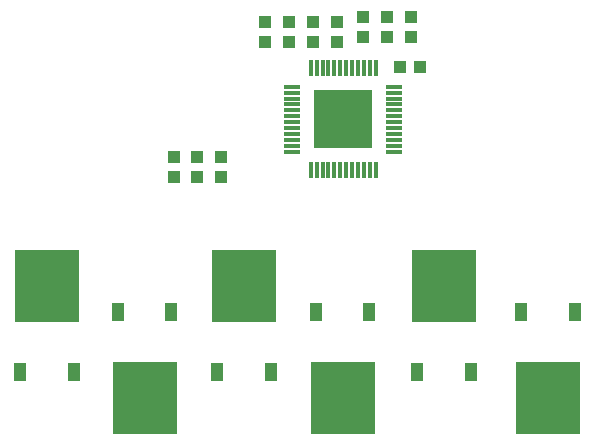
<source format=gbr>
G04 EAGLE Gerber RS-274X export*
G75*
%MOMM*%
%FSLAX34Y34*%
%LPD*%
%INSolderpaste Top*%
%IPPOS*%
%AMOC8*
5,1,8,0,0,1.08239X$1,22.5*%
G01*
%ADD10R,1.400000X0.300000*%
%ADD11R,0.300000X1.400000*%
%ADD12R,5.000000X5.000000*%
%ADD13R,1.100000X1.000000*%
%ADD14R,1.000000X1.100000*%
%ADD15R,5.400000X6.200000*%
%ADD16R,1.000000X1.600000*%


D10*
X534850Y378020D03*
X534850Y373020D03*
X534850Y368020D03*
X534850Y363020D03*
X534850Y358020D03*
X534850Y353020D03*
X534850Y348020D03*
X534850Y343020D03*
X534850Y338020D03*
X534850Y333020D03*
X534850Y328020D03*
X534850Y323020D03*
D11*
X550350Y307520D03*
X555350Y307520D03*
X560350Y307520D03*
X565350Y307520D03*
X570350Y307520D03*
X575350Y307520D03*
X580350Y307520D03*
X585350Y307520D03*
X590350Y307520D03*
X595350Y307520D03*
X600350Y307520D03*
X605350Y307520D03*
D10*
X620850Y323020D03*
X620850Y328020D03*
X620850Y333020D03*
X620850Y338020D03*
X620850Y343020D03*
X620850Y348020D03*
X620850Y353020D03*
X620850Y358020D03*
X620850Y363020D03*
X620850Y368020D03*
X620850Y373020D03*
X620850Y378020D03*
D11*
X605350Y393520D03*
X600350Y393520D03*
X595350Y393520D03*
X590350Y393520D03*
X585350Y393520D03*
X580350Y393520D03*
X575350Y393520D03*
X570350Y393520D03*
X565350Y393520D03*
X560350Y393520D03*
X555350Y393520D03*
X550350Y393520D03*
D12*
X577850Y350520D03*
D13*
X454025Y318380D03*
X454025Y301380D03*
D14*
X474345Y318380D03*
X474345Y301380D03*
D13*
X625865Y394970D03*
X642865Y394970D03*
D14*
X635000Y437125D03*
X635000Y420125D03*
X614680Y437125D03*
X614680Y420125D03*
X594360Y437125D03*
X594360Y420125D03*
X552450Y432680D03*
X552450Y415680D03*
D13*
X532130Y415680D03*
X532130Y432680D03*
D14*
X572770Y415680D03*
X572770Y432680D03*
X511810Y415680D03*
X511810Y432680D03*
X434340Y318380D03*
X434340Y301380D03*
D15*
X327025Y209150D03*
D16*
X304225Y136150D03*
X349825Y136150D03*
D15*
X409575Y114700D03*
D16*
X432375Y187700D03*
X386775Y187700D03*
D15*
X494030Y209150D03*
D16*
X471230Y136150D03*
X516830Y136150D03*
D15*
X577215Y114700D03*
D16*
X600015Y187700D03*
X554415Y187700D03*
D15*
X662940Y209150D03*
D16*
X640140Y136150D03*
X685740Y136150D03*
D15*
X751205Y114700D03*
D16*
X774005Y187700D03*
X728405Y187700D03*
M02*

</source>
